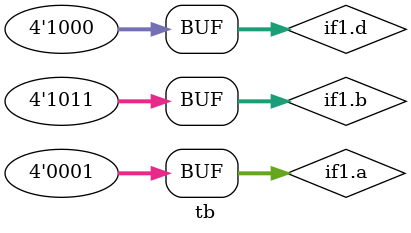
<source format=sv>
module add(intf.add add_if);
assign add_if.sum = add_if.a + add_if.b;
endmodule

module sub(intf.sub sub_if);
assign sub_if.result = sub_if.sum - sub_if.d;
endmodule

interface intf;
  logic[3:0] a,b,d;
  logic[4:0] sum,result;
  
  modport add(
  			input a,b,
  			output sum);
  
  modport sub(
  			input sum,d,
  			output result);
endinterface

module tb;
  intf if1();
  add add_dut(.add_if(if1.add));
  sub sub_dut(.sub_if(if1.sub));
  
  initial begin
    if1.a = 12;
    if1.b = 10;
    if1.d = 10;
    #20;
    if1.a = 1;
    if1.b = 11;
    if1.d=8;
    #20;
  end
  
  always@(if1.sum or if1.result)
    $display("time=%0t | a=%0d | b=%0d | d=%0d | sum=%0d | result=%0d",$time,if1.a,if1.b,if1.d,if1.sum,if1.result);
endmodule
/*time=0 | a=12 | b=10 | d=10 | sum=22 | result=12
time=20 | a=1 | b=11 | d=8 | sum=12 | result=4*/

</source>
